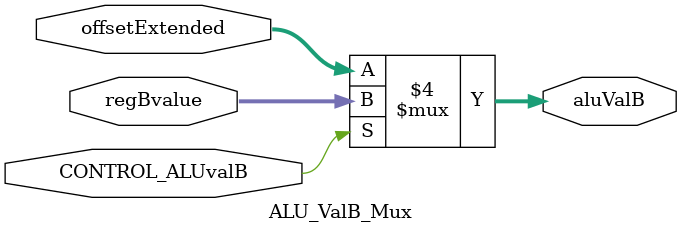
<source format=v>
module ALU_ValB_Mux(
    input [31:0] offsetExtended,               // aluValB = 0
    input [31:0] regBvalue,                    // aluValB = 1
    input CONTROL_ALUvalB,
 
    output reg [31:0] aluValB
);

    always @(offsetExtended, regBvalue, CONTROL_ALUvalB) begin
        if (CONTROL_ALUvalB == 1) begin   // use regBvalue
            aluValB <= regBvalue;
        end
        else begin
            aluValB <= offsetExtended;
        end
    end

endmodule

</source>
